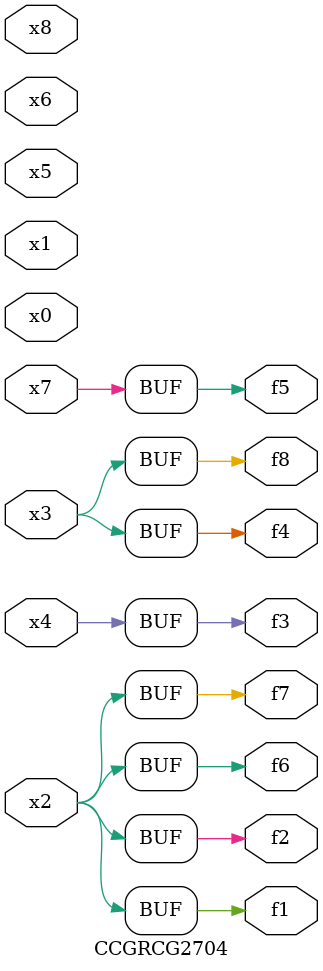
<source format=v>
module CCGRCG2704(
	input x0, x1, x2, x3, x4, x5, x6, x7, x8,
	output f1, f2, f3, f4, f5, f6, f7, f8
);
	assign f1 = x2;
	assign f2 = x2;
	assign f3 = x4;
	assign f4 = x3;
	assign f5 = x7;
	assign f6 = x2;
	assign f7 = x2;
	assign f8 = x3;
endmodule

</source>
